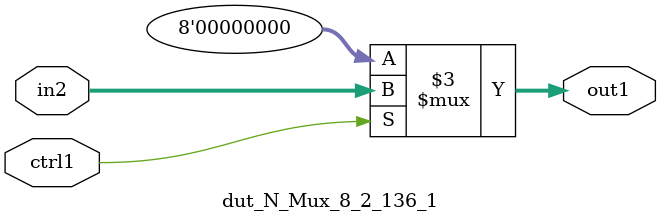
<source format=v>

`timescale 1ps / 1ps


module dut_N_Mux_8_2_136_1( in2, ctrl1, out1 );

    input [7:0] in2;
    input ctrl1;
    output [7:0] out1;
    reg [7:0] out1;

    
    // rtl_process:dut_N_Mux_8_2_136_1/dut_N_Mux_8_2_136_1_thread_1
    always @*
      begin : dut_N_Mux_8_2_136_1_thread_1
        case (ctrl1) 
          1'b1: 
            begin
              out1 = in2;
            end
          default: 
            begin
              out1 = 8'd000;
            end
        endcase
      end

endmodule



</source>
